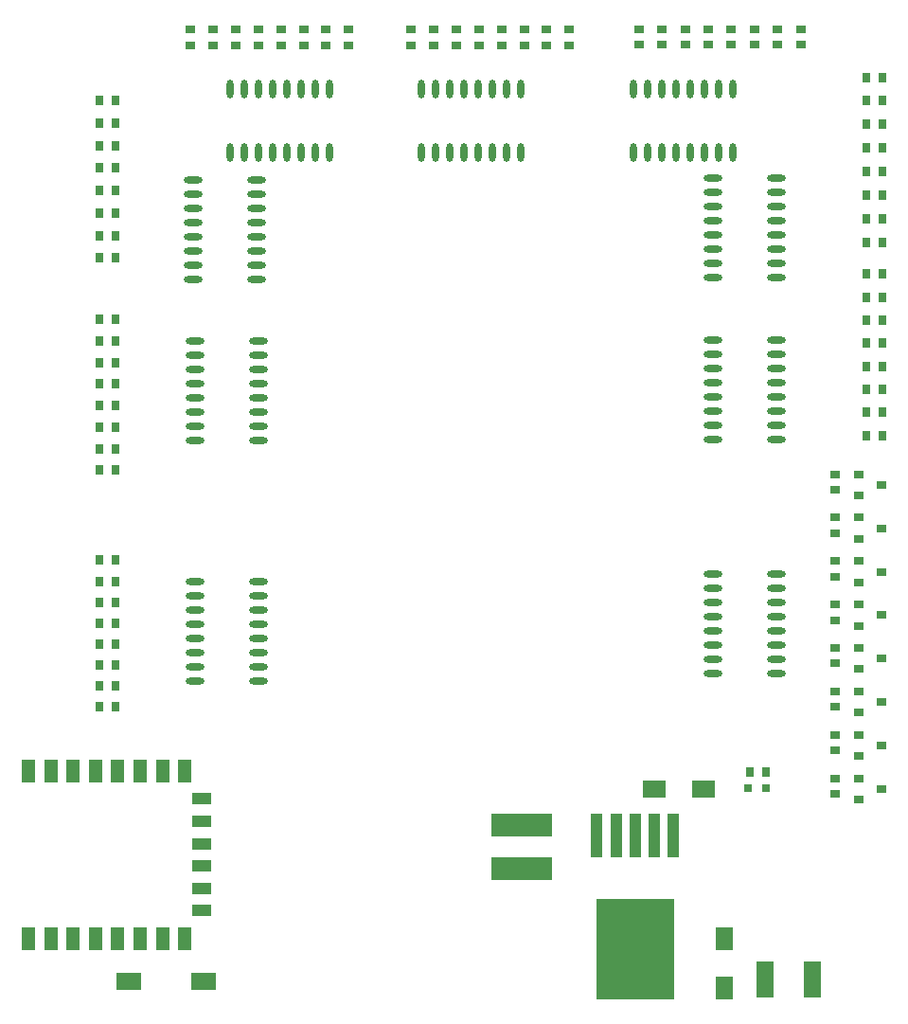
<source format=gtp>
G04*
G04 #@! TF.GenerationSoftware,Altium Limited,Altium Designer,22.7.1 (60)*
G04*
G04 Layer_Color=8421504*
%FSLAX24Y24*%
%MOIN*%
G70*
G04*
G04 #@! TF.SameCoordinates,1DD6C3B8-EF33-4A04-8B88-EBD51A11C9DD*
G04*
G04*
G04 #@! TF.FilePolarity,Positive*
G04*
G01*
G75*
%ADD19O,0.0650X0.0236*%
%ADD20R,0.0472X0.0787*%
%ADD21R,0.0669X0.0433*%
%ADD22R,0.0906X0.0591*%
%ADD23R,0.0394X0.1575*%
%ADD24R,0.2756X0.3543*%
%ADD25R,0.0354X0.0315*%
%ADD26R,0.0374X0.0315*%
%ADD27R,0.0315X0.0315*%
%ADD28R,0.0315X0.0374*%
%ADD29R,0.0610X0.0827*%
%ADD30R,0.0610X0.1264*%
%ADD31R,0.0827X0.0610*%
%ADD32R,0.2165X0.0846*%
%ADD33O,0.0236X0.0650*%
D19*
X51030Y24594D02*
D03*
Y25094D02*
D03*
Y25594D02*
D03*
Y26094D02*
D03*
Y26594D02*
D03*
Y27094D02*
D03*
Y27594D02*
D03*
Y28094D02*
D03*
X48805Y24594D02*
D03*
Y25094D02*
D03*
Y25594D02*
D03*
Y26094D02*
D03*
Y26594D02*
D03*
Y27094D02*
D03*
Y27594D02*
D03*
Y28094D02*
D03*
X30568Y27836D02*
D03*
Y27336D02*
D03*
Y26836D02*
D03*
Y26336D02*
D03*
Y25836D02*
D03*
Y25336D02*
D03*
Y24836D02*
D03*
Y24336D02*
D03*
X32792Y27836D02*
D03*
Y27336D02*
D03*
Y26836D02*
D03*
Y26336D02*
D03*
Y25836D02*
D03*
Y25336D02*
D03*
Y24836D02*
D03*
Y24336D02*
D03*
X48805Y36320D02*
D03*
Y35820D02*
D03*
Y35320D02*
D03*
Y34820D02*
D03*
Y34320D02*
D03*
Y33820D02*
D03*
Y33320D02*
D03*
Y32820D02*
D03*
X51030Y36320D02*
D03*
Y35820D02*
D03*
Y35320D02*
D03*
Y34820D02*
D03*
Y34320D02*
D03*
Y33820D02*
D03*
Y33320D02*
D03*
Y32820D02*
D03*
X30520Y41945D02*
D03*
Y41445D02*
D03*
Y40945D02*
D03*
Y40445D02*
D03*
Y39945D02*
D03*
Y39445D02*
D03*
Y38945D02*
D03*
Y38445D02*
D03*
X32745Y41945D02*
D03*
Y41445D02*
D03*
Y40945D02*
D03*
Y40445D02*
D03*
Y39945D02*
D03*
Y39445D02*
D03*
Y38945D02*
D03*
Y38445D02*
D03*
X30568Y36294D02*
D03*
Y35794D02*
D03*
Y35294D02*
D03*
Y34794D02*
D03*
Y34294D02*
D03*
Y33794D02*
D03*
Y33294D02*
D03*
Y32794D02*
D03*
X32792Y36294D02*
D03*
Y35794D02*
D03*
Y35294D02*
D03*
Y34794D02*
D03*
Y34294D02*
D03*
Y33794D02*
D03*
Y33294D02*
D03*
Y32794D02*
D03*
X48808Y42020D02*
D03*
Y41520D02*
D03*
Y41020D02*
D03*
Y40520D02*
D03*
Y40020D02*
D03*
Y39520D02*
D03*
Y39020D02*
D03*
Y38520D02*
D03*
X51032Y42020D02*
D03*
Y41520D02*
D03*
Y41020D02*
D03*
Y40520D02*
D03*
Y40020D02*
D03*
Y39520D02*
D03*
Y39020D02*
D03*
Y38520D02*
D03*
D20*
X24704Y15257D02*
D03*
X25491D02*
D03*
X26279D02*
D03*
X27066D02*
D03*
X27854D02*
D03*
X28641D02*
D03*
X29429D02*
D03*
X30216D02*
D03*
Y21163D02*
D03*
X29429D02*
D03*
X28641D02*
D03*
X27854D02*
D03*
X27066D02*
D03*
X26279D02*
D03*
X25491D02*
D03*
X24704D02*
D03*
D21*
X30806Y16242D02*
D03*
Y17029D02*
D03*
Y17816D02*
D03*
Y18604D02*
D03*
Y19391D02*
D03*
Y20178D02*
D03*
D22*
X30872Y13740D02*
D03*
X28234D02*
D03*
D23*
X47399Y18876D02*
D03*
X46730D02*
D03*
X46060D02*
D03*
X45391D02*
D03*
X44722D02*
D03*
D24*
X46060Y14884D02*
D03*
D25*
X53942Y30855D02*
D03*
Y31603D02*
D03*
X54729Y31229D02*
D03*
X53942Y29325D02*
D03*
Y30073D02*
D03*
X54729Y29699D02*
D03*
X53942Y27795D02*
D03*
Y28543D02*
D03*
X54729Y28169D02*
D03*
X53942Y26265D02*
D03*
Y27013D02*
D03*
X54729Y26639D02*
D03*
X53942Y24745D02*
D03*
Y25493D02*
D03*
X54729Y25119D02*
D03*
X53942Y23215D02*
D03*
Y23963D02*
D03*
X54729Y23589D02*
D03*
X53942Y21685D02*
D03*
Y22433D02*
D03*
X54729Y22059D02*
D03*
X53942Y20155D02*
D03*
Y20903D02*
D03*
X54729Y20529D02*
D03*
D26*
X53101Y21881D02*
D03*
Y22432D02*
D03*
Y23409D02*
D03*
Y23960D02*
D03*
Y24938D02*
D03*
Y25489D02*
D03*
Y27017D02*
D03*
Y26466D02*
D03*
Y28546D02*
D03*
Y27995D02*
D03*
Y30074D02*
D03*
Y29523D02*
D03*
Y31603D02*
D03*
Y31052D02*
D03*
X35184Y47247D02*
D03*
Y46696D02*
D03*
X35977Y47247D02*
D03*
Y46696D02*
D03*
X33597Y47247D02*
D03*
Y46696D02*
D03*
X34390Y47247D02*
D03*
Y46696D02*
D03*
X30422Y47247D02*
D03*
Y46696D02*
D03*
X32009Y47247D02*
D03*
Y46696D02*
D03*
X31216Y47247D02*
D03*
Y46696D02*
D03*
X32803Y47247D02*
D03*
Y46696D02*
D03*
X40571Y47247D02*
D03*
Y46696D02*
D03*
X42161Y47247D02*
D03*
Y46696D02*
D03*
X43751Y47247D02*
D03*
Y46696D02*
D03*
X38981Y47247D02*
D03*
Y46696D02*
D03*
X53101Y20352D02*
D03*
Y20903D02*
D03*
X47009Y46716D02*
D03*
Y47267D02*
D03*
X46193Y46716D02*
D03*
Y47267D02*
D03*
X51904Y46716D02*
D03*
Y47267D02*
D03*
X50272Y46716D02*
D03*
Y47267D02*
D03*
X49456Y46716D02*
D03*
Y47267D02*
D03*
X47825Y46716D02*
D03*
Y47267D02*
D03*
X48641Y46716D02*
D03*
Y47267D02*
D03*
X51088Y46716D02*
D03*
Y47267D02*
D03*
X38186Y46696D02*
D03*
Y47247D02*
D03*
X39776Y46696D02*
D03*
Y47247D02*
D03*
X41366Y46696D02*
D03*
Y47247D02*
D03*
X42956Y46696D02*
D03*
Y47247D02*
D03*
D27*
X50043Y20540D02*
D03*
X50673D02*
D03*
D28*
X50673Y21124D02*
D03*
X50121D02*
D03*
X27220Y44740D02*
D03*
X27771D02*
D03*
X27220Y43170D02*
D03*
X27771D02*
D03*
X27220Y43963D02*
D03*
X27771D02*
D03*
X27220Y42377D02*
D03*
X27771D02*
D03*
X27220Y40791D02*
D03*
X27771D02*
D03*
X27220Y39999D02*
D03*
X27771D02*
D03*
X27220Y41584D02*
D03*
X27771D02*
D03*
X27220Y39206D02*
D03*
X27771D02*
D03*
X54768Y38645D02*
D03*
X54217D02*
D03*
X27220Y26364D02*
D03*
X27771D02*
D03*
X27220Y25628D02*
D03*
X27771D02*
D03*
X27220Y27100D02*
D03*
X27771D02*
D03*
X27220Y24892D02*
D03*
X27771D02*
D03*
X27220Y28572D02*
D03*
X27771D02*
D03*
X27220Y23420D02*
D03*
X27771D02*
D03*
X27220Y24156D02*
D03*
X27771D02*
D03*
X27220Y36294D02*
D03*
X27771D02*
D03*
X27220Y35535D02*
D03*
X27771D02*
D03*
X27220Y37052D02*
D03*
X27771D02*
D03*
X27220Y32501D02*
D03*
X27771D02*
D03*
X27220Y33259D02*
D03*
X27771D02*
D03*
X27220Y34018D02*
D03*
X27771D02*
D03*
X27220Y31742D02*
D03*
X27771D02*
D03*
X27220Y27836D02*
D03*
X27771D02*
D03*
X27220Y34777D02*
D03*
X27771D02*
D03*
X54217Y32971D02*
D03*
X54768D02*
D03*
X54217Y33781D02*
D03*
X54768D02*
D03*
X54217Y36213D02*
D03*
X54768D02*
D03*
X54217Y37023D02*
D03*
X54768D02*
D03*
X54217Y35402D02*
D03*
X54768D02*
D03*
X54217Y34592D02*
D03*
X54768D02*
D03*
X54217Y37834D02*
D03*
X54768D02*
D03*
X54217Y43907D02*
D03*
X54768D02*
D03*
X54217Y43076D02*
D03*
X54768D02*
D03*
X54217Y39749D02*
D03*
X54768D02*
D03*
X54217Y41412D02*
D03*
X54768D02*
D03*
X54217Y40581D02*
D03*
X54768D02*
D03*
X54217Y42244D02*
D03*
X54768D02*
D03*
Y45570D02*
D03*
X54217D02*
D03*
Y44739D02*
D03*
X54768D02*
D03*
D29*
X49220Y15266D02*
D03*
Y13534D02*
D03*
D30*
X50654Y13819D02*
D03*
X52307D02*
D03*
D31*
X48462Y20529D02*
D03*
X46730D02*
D03*
D32*
X42077Y17735D02*
D03*
Y19250D02*
D03*
D33*
X46010Y42918D02*
D03*
X46510D02*
D03*
X47010D02*
D03*
X47510D02*
D03*
X48010D02*
D03*
X48510D02*
D03*
X49010D02*
D03*
X49510D02*
D03*
X46010Y45142D02*
D03*
X46510D02*
D03*
X47010D02*
D03*
X47510D02*
D03*
X48010D02*
D03*
X48510D02*
D03*
X49010D02*
D03*
X49510D02*
D03*
X38540Y42918D02*
D03*
X39040D02*
D03*
X39540D02*
D03*
X40040D02*
D03*
X40540D02*
D03*
X41040D02*
D03*
X41540D02*
D03*
X42040D02*
D03*
X38540Y45142D02*
D03*
X39040D02*
D03*
X39540D02*
D03*
X40040D02*
D03*
X40540D02*
D03*
X41040D02*
D03*
X41540D02*
D03*
X42040D02*
D03*
X35310D02*
D03*
X34810D02*
D03*
X34310D02*
D03*
X33810D02*
D03*
X33310D02*
D03*
X32810D02*
D03*
X32310D02*
D03*
X31810D02*
D03*
X35310Y42918D02*
D03*
X34810D02*
D03*
X34310D02*
D03*
X33810D02*
D03*
X33310D02*
D03*
X32810D02*
D03*
X32310D02*
D03*
X31810D02*
D03*
M02*

</source>
